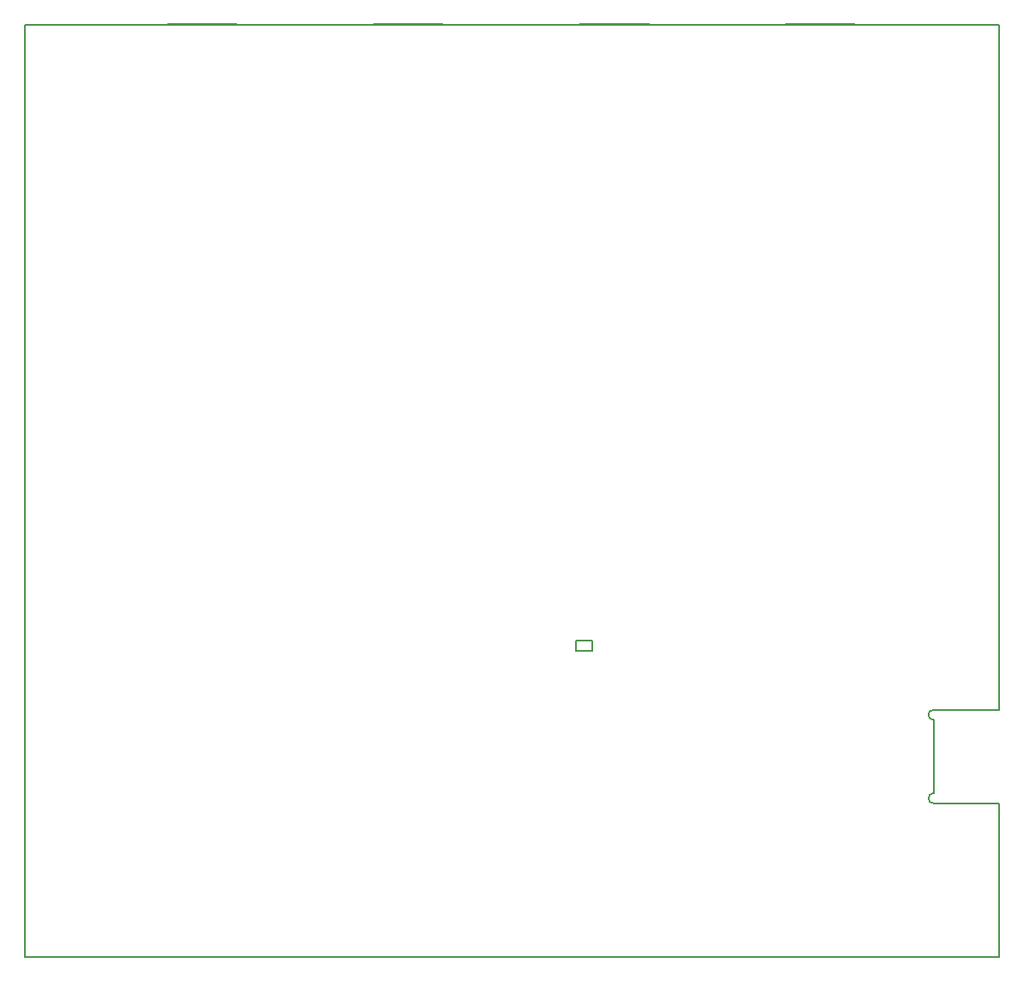
<source format=gbo>
G04*
G04 #@! TF.GenerationSoftware,Altium Limited,Altium Designer,22.0.2 (36)*
G04*
G04 Layer_Color=32896*
%FSLAX44Y44*%
%MOMM*%
G71*
G04*
G04 #@! TF.SameCoordinates,BB817302-6D05-45A6-82D7-9B19CF937CD1*
G04*
G04*
G04 #@! TF.FilePolarity,Positive*
G04*
G01*
G75*
%ADD11C,0.1500*%
%ADD16C,0.1524*%
D11*
X896000Y244000D02*
G03*
X896000Y234000I0J-5000D01*
G01*
Y161600D02*
G03*
X896000Y151600I0J-5000D01*
G01*
X749800Y921000D02*
X818800D01*
X547000Y921000D02*
X616000D01*
X343400Y921000D02*
X412400D01*
X140200D02*
X209200D01*
X961000Y141600D02*
Y151600D01*
X896000D02*
X961000D01*
X961000Y0D02*
X961000Y141600D01*
X0Y0D02*
X961000D01*
X961000Y254000D02*
X961000Y920000D01*
X896000Y244000D02*
X961000D01*
Y254000D01*
X896000Y161600D02*
Y234000D01*
X0Y920000D02*
X0Y0D01*
X0Y920000D02*
X961000D01*
D16*
X559000Y302000D02*
Y312250D01*
X543000Y302000D02*
Y312250D01*
X559000D01*
X543000Y302000D02*
X559000D01*
M02*

</source>
